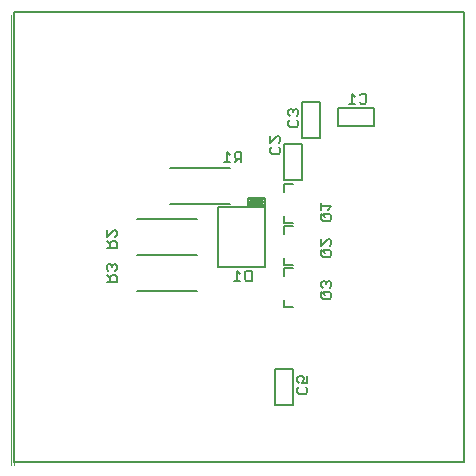
<source format=gbo>
G75*
G70*
%OFA0B0*%
%FSLAX24Y24*%
%IPPOS*%
%LPD*%
%AMOC8*
5,1,8,0,0,1.08239X$1,22.5*
%
%ADD10C,0.0000*%
%ADD11C,0.0060*%
%ADD12C,0.0050*%
%ADD13C,0.0080*%
D10*
X000100Y000100D02*
X000100Y015100D01*
X000200Y015200D02*
X000200Y000200D01*
X000200Y000100D01*
X000200Y000200D02*
X015200Y000200D01*
X015200Y015200D01*
X000200Y015200D01*
D11*
X000200Y000200D01*
X015200Y000200D01*
X015200Y015200D01*
X000200Y015200D01*
X003280Y007925D02*
X003280Y007698D01*
X003507Y007925D01*
X003564Y007925D01*
X003620Y007868D01*
X003620Y007755D01*
X003564Y007698D01*
X003564Y007557D02*
X003450Y007557D01*
X003393Y007500D01*
X003393Y007330D01*
X003280Y007330D02*
X003620Y007330D01*
X003620Y007500D01*
X003564Y007557D01*
X003393Y007443D02*
X003280Y007557D01*
X003337Y006789D02*
X003280Y006732D01*
X003280Y006618D01*
X003337Y006562D01*
X003280Y006420D02*
X003393Y006307D01*
X003393Y006364D02*
X003393Y006193D01*
X003280Y006193D02*
X003620Y006193D01*
X003620Y006364D01*
X003564Y006420D01*
X003450Y006420D01*
X003393Y006364D01*
X003564Y006562D02*
X003620Y006618D01*
X003620Y006732D01*
X003564Y006789D01*
X003507Y006789D01*
X003450Y006732D01*
X003393Y006789D01*
X003337Y006789D01*
X003450Y006732D02*
X003450Y006675D01*
X007175Y010180D02*
X007402Y010180D01*
X007288Y010180D02*
X007288Y010520D01*
X007402Y010407D01*
X007543Y010464D02*
X007543Y010350D01*
X007600Y010293D01*
X007770Y010293D01*
X007770Y010180D02*
X007770Y010520D01*
X007600Y010520D01*
X007543Y010464D01*
X007657Y010293D02*
X007543Y010180D01*
X008730Y010518D02*
X008730Y010632D01*
X008787Y010689D01*
X008730Y010830D02*
X008957Y011057D01*
X009014Y011057D01*
X009070Y011000D01*
X009070Y010887D01*
X009014Y010830D01*
X009014Y010689D02*
X009070Y010632D01*
X009070Y010518D01*
X009014Y010462D01*
X008787Y010462D01*
X008730Y010518D01*
X008730Y010830D02*
X008730Y011057D01*
X009330Y011418D02*
X009330Y011532D01*
X009387Y011589D01*
X009387Y011730D02*
X009330Y011787D01*
X009330Y011900D01*
X009387Y011957D01*
X009443Y011957D01*
X009500Y011900D01*
X009500Y011843D01*
X009500Y011900D02*
X009557Y011957D01*
X009614Y011957D01*
X009670Y011900D01*
X009670Y011787D01*
X009614Y011730D01*
X009614Y011589D02*
X009670Y011532D01*
X009670Y011418D01*
X009614Y011362D01*
X009387Y011362D01*
X009330Y011418D01*
X011343Y012130D02*
X011570Y012130D01*
X011457Y012130D02*
X011457Y012470D01*
X011570Y012357D01*
X011711Y012414D02*
X011768Y012470D01*
X011882Y012470D01*
X011938Y012414D01*
X011938Y012187D01*
X011882Y012130D01*
X011768Y012130D01*
X011711Y012187D01*
X010430Y008825D02*
X010430Y008598D01*
X010430Y008712D02*
X010770Y008712D01*
X010657Y008598D01*
X010714Y008457D02*
X010487Y008457D01*
X010430Y008400D01*
X010430Y008287D01*
X010487Y008230D01*
X010714Y008230D01*
X010770Y008287D01*
X010770Y008400D01*
X010714Y008457D01*
X010543Y008343D02*
X010430Y008457D01*
X010430Y007625D02*
X010430Y007398D01*
X010657Y007625D01*
X010714Y007625D01*
X010770Y007568D01*
X010770Y007455D01*
X010714Y007398D01*
X010714Y007257D02*
X010487Y007257D01*
X010430Y007200D01*
X010430Y007087D01*
X010487Y007030D01*
X010714Y007030D01*
X010770Y007087D01*
X010770Y007200D01*
X010714Y007257D01*
X010543Y007143D02*
X010430Y007257D01*
X010487Y006225D02*
X010430Y006168D01*
X010430Y006055D01*
X010487Y005998D01*
X010487Y005857D02*
X010430Y005800D01*
X010430Y005687D01*
X010487Y005630D01*
X010714Y005630D01*
X010770Y005687D01*
X010770Y005800D01*
X010714Y005857D01*
X010487Y005857D01*
X010430Y005857D02*
X010543Y005743D01*
X010714Y005998D02*
X010770Y006055D01*
X010770Y006168D01*
X010714Y006225D01*
X010657Y006225D01*
X010600Y006168D01*
X010543Y006225D01*
X010487Y006225D01*
X010600Y006168D02*
X010600Y006112D01*
X008107Y006230D02*
X007936Y006230D01*
X007880Y006287D01*
X007880Y006514D01*
X007936Y006570D01*
X008107Y006570D01*
X008107Y006230D01*
X007738Y006230D02*
X007511Y006230D01*
X007625Y006230D02*
X007625Y006570D01*
X007738Y006457D01*
X009687Y003057D02*
X009630Y003000D01*
X009630Y002887D01*
X009687Y002830D01*
X009800Y002830D02*
X009857Y002943D01*
X009857Y003000D01*
X009800Y003057D01*
X009687Y003057D01*
X009800Y002830D02*
X009970Y002830D01*
X009970Y003057D01*
X009914Y002689D02*
X009970Y002632D01*
X009970Y002518D01*
X009914Y002462D01*
X009687Y002462D01*
X009630Y002518D01*
X009630Y002632D01*
X009687Y002689D01*
D12*
X009500Y002100D02*
X009500Y003300D01*
X008900Y003300D01*
X008900Y002100D01*
X009500Y002100D01*
X009200Y009600D02*
X009200Y010800D01*
X009800Y010800D01*
X009800Y009600D01*
X009200Y009600D01*
X009800Y011000D02*
X010400Y011000D01*
X010400Y012200D01*
X009800Y012200D01*
X009800Y011000D01*
X011000Y011400D02*
X012200Y011400D01*
X012200Y012000D01*
X011000Y012000D01*
X011000Y011400D01*
D13*
X009500Y009450D02*
X009200Y009450D01*
X009200Y009200D01*
X008550Y009000D02*
X008550Y008700D01*
X008000Y008700D01*
X008000Y008800D01*
X008500Y008800D01*
X008500Y008850D02*
X008000Y008850D01*
X008000Y009000D01*
X008550Y009000D01*
X008500Y008950D02*
X008050Y008950D01*
X008050Y008900D02*
X008500Y008900D01*
X008500Y008750D02*
X008050Y008750D01*
X008000Y008800D02*
X008000Y008850D01*
X008000Y008700D02*
X007000Y008700D01*
X007000Y006700D01*
X008550Y006700D01*
X008550Y008700D01*
X009200Y008400D02*
X009200Y008150D01*
X009500Y008150D01*
X009500Y008050D02*
X009200Y008050D01*
X009200Y007800D01*
X009200Y007000D02*
X009200Y006750D01*
X009500Y006750D01*
X009500Y006650D02*
X009200Y006650D01*
X009200Y006400D01*
X009200Y005600D02*
X009200Y005350D01*
X009500Y005350D01*
X006300Y005900D02*
X004300Y005900D01*
X004300Y007100D02*
X006300Y007100D01*
X004300Y007100D01*
X004300Y008300D02*
X006300Y008300D01*
X005400Y008800D02*
X007400Y008800D01*
X007400Y010000D02*
X005400Y010000D01*
M02*

</source>
